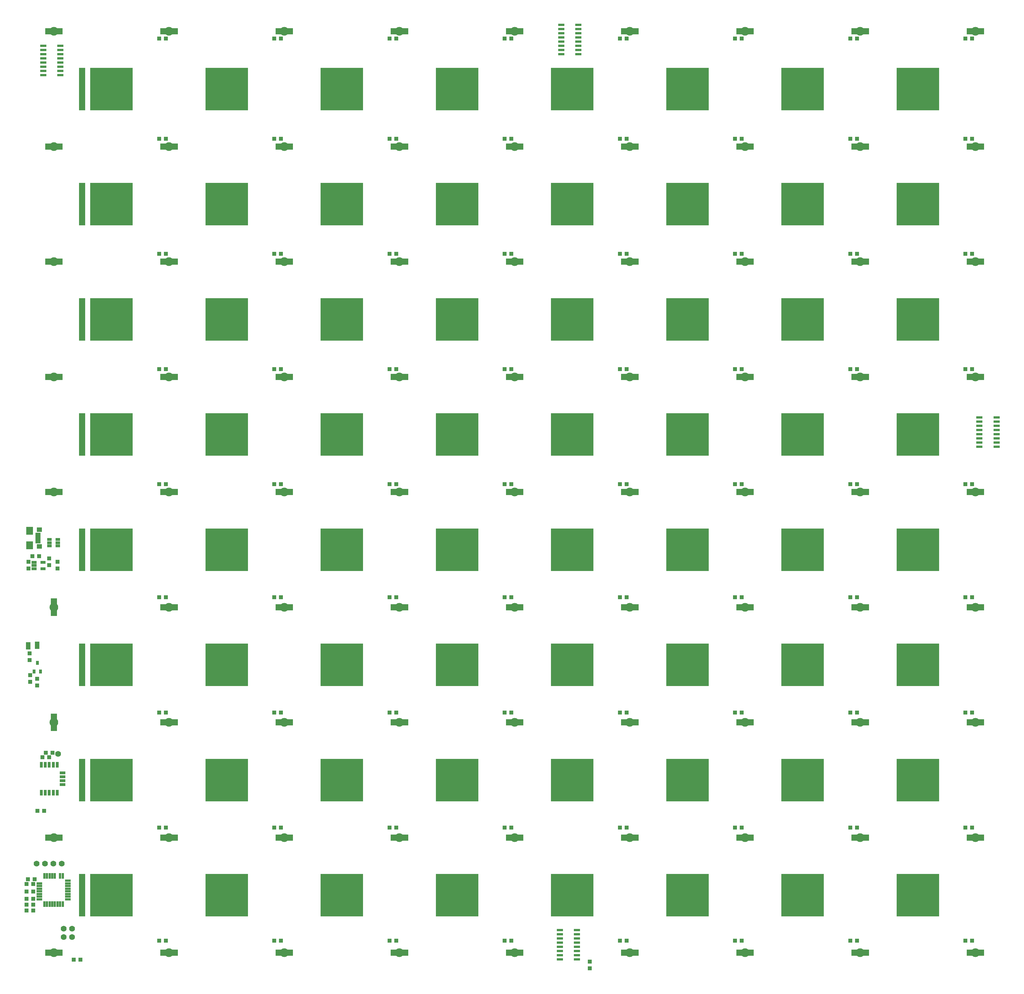
<source format=gbr>
%FSLAX35Y35*%
%MOIN*%
G04 EasyPC Gerber Version 18.0.9 Build 3640 *
%ADD157R,0.03165X0.06906*%
%ADD96R,0.03756X0.06906*%
%ADD98R,0.03800X0.04900*%
%ADD155R,0.05000X0.05000*%
%ADD94R,0.05400X0.09000*%
%ADD152R,0.06906X0.07299*%
%ADD151R,0.07250X0.51000*%
%ADD95R,0.06315X0.02575*%
%ADD154R,0.07700X0.03100*%
%ADD156R,0.06906X0.03165*%
%ADD158R,0.08480X0.09465*%
%ADD161R,0.06200X0.03200*%
%ADD163R,0.05331X0.03362*%
%ADD97R,0.06906X0.03756*%
%ADD160R,0.05000X0.05000*%
%ADD159R,0.06118X0.05724*%
%ADD162R,0.07299X0.06906*%
%ADD150R,0.51000X0.51000*%
%ADD29C,0.07000*%
%ADD153C,0.10400*%
X0Y0D02*
D02*
D29*
X246250Y185650D03*
X256250D03*
X266250D03*
X271950Y316648D03*
X276250Y185650D03*
X278850Y98050D03*
Y108050D03*
X288850Y98050D03*
Y108050D03*
D02*
D94*
X236250Y445948D03*
X247150Y446450D03*
D02*
D95*
X248150Y569332D03*
Y571891D03*
Y574450D03*
Y577009D03*
Y579568D03*
D02*
D96*
X252096Y270335D03*
Y303800D03*
X256820Y270335D03*
Y303800D03*
X261544Y270335D03*
Y303800D03*
X266269Y270335D03*
Y303800D03*
X270993Y270335D03*
Y303800D03*
D02*
D97*
X277489Y279981D03*
Y284705D03*
Y289430D03*
Y294154D03*
D02*
D98*
X243450Y415250D03*
X247250Y425450D03*
X250950Y415250D03*
D02*
D150*
X335800Y148100D03*
Y285600D03*
Y423100D03*
Y560600D03*
Y698100D03*
Y835600D03*
Y973100D03*
Y1110600D03*
X473300Y148100D03*
Y285600D03*
Y423100D03*
Y560600D03*
Y698100D03*
Y835600D03*
Y973100D03*
Y1110600D03*
X610800Y148100D03*
Y285600D03*
Y423100D03*
Y560600D03*
Y698100D03*
Y835600D03*
Y973100D03*
Y1110600D03*
X748300Y148100D03*
Y285600D03*
Y423100D03*
Y560600D03*
Y698100D03*
Y835600D03*
Y973100D03*
Y1110600D03*
X885800Y148100D03*
Y285600D03*
Y423100D03*
Y560600D03*
Y698100D03*
Y835600D03*
Y973100D03*
Y1110600D03*
X1023300Y148100D03*
Y285600D03*
Y423100D03*
Y560600D03*
Y698100D03*
Y835600D03*
Y973100D03*
Y1110600D03*
X1160800Y148100D03*
Y285600D03*
Y423100D03*
Y560600D03*
Y698100D03*
Y835600D03*
Y973100D03*
Y1110600D03*
X1298300Y148100D03*
Y285600D03*
Y423100D03*
Y560600D03*
Y698100D03*
Y835600D03*
Y973100D03*
Y1110600D03*
D02*
D151*
X300750Y148050D03*
Y285550D03*
Y423050D03*
Y560550D03*
Y698050D03*
Y835550D03*
Y973050D03*
Y1110550D03*
D02*
D152*
X259983Y79360D03*
Y216860D03*
Y629360D03*
Y766860D03*
Y904360D03*
Y1041860D03*
Y1179360D03*
X274156Y79360D03*
Y216860D03*
Y629360D03*
Y766860D03*
Y904360D03*
Y1041860D03*
Y1179360D03*
X397483Y79360D03*
Y216860D03*
Y354360D03*
Y491860D03*
Y629360D03*
Y766860D03*
Y904360D03*
Y1041860D03*
Y1179360D03*
X411656Y79360D03*
Y216860D03*
Y354360D03*
Y491860D03*
Y629360D03*
Y766860D03*
Y904360D03*
Y1041860D03*
Y1179360D03*
X534983Y79360D03*
Y216860D03*
Y354360D03*
Y491860D03*
Y629360D03*
Y766860D03*
Y904360D03*
Y1041860D03*
Y1179360D03*
X549156Y79360D03*
Y216860D03*
Y354360D03*
Y491860D03*
Y629360D03*
Y766860D03*
Y904360D03*
Y1041860D03*
Y1179360D03*
X672483Y79360D03*
Y216860D03*
Y354360D03*
Y491860D03*
Y629360D03*
Y766860D03*
Y904360D03*
Y1041860D03*
Y1179360D03*
X686656Y79360D03*
Y216860D03*
Y354360D03*
Y491860D03*
Y629360D03*
Y766860D03*
Y904360D03*
Y1041860D03*
Y1179360D03*
X809983Y79360D03*
Y216860D03*
Y354360D03*
Y491860D03*
Y629360D03*
Y766860D03*
Y904360D03*
Y1041860D03*
Y1179360D03*
X824156Y79360D03*
Y216860D03*
Y354360D03*
Y491860D03*
Y629360D03*
Y766860D03*
Y904360D03*
Y1041860D03*
Y1179360D03*
X947483Y79360D03*
Y216860D03*
Y354360D03*
Y491860D03*
Y629360D03*
Y766860D03*
Y904360D03*
Y1041860D03*
Y1179360D03*
X961656Y79360D03*
Y216860D03*
Y354360D03*
Y491860D03*
Y629360D03*
Y766860D03*
Y904360D03*
Y1041860D03*
Y1179360D03*
X1084983Y79360D03*
Y216860D03*
Y354360D03*
Y491860D03*
Y629360D03*
Y766860D03*
Y904360D03*
Y1041860D03*
Y1179360D03*
X1099156Y79360D03*
Y216860D03*
Y354360D03*
Y491860D03*
Y629360D03*
Y766860D03*
Y904360D03*
Y1041860D03*
Y1179360D03*
X1222483Y79360D03*
Y216860D03*
Y354360D03*
Y491860D03*
Y629360D03*
Y766860D03*
Y904360D03*
Y1041860D03*
Y1179360D03*
X1236656Y79360D03*
Y216860D03*
Y354360D03*
Y491860D03*
Y629360D03*
Y766860D03*
Y904360D03*
Y1041860D03*
Y1179360D03*
X1359983Y79360D03*
Y216860D03*
Y354360D03*
Y491860D03*
Y629360D03*
Y766860D03*
Y904360D03*
Y1041860D03*
Y1179360D03*
X1374156Y79360D03*
Y216860D03*
Y354360D03*
Y491860D03*
Y629360D03*
Y766860D03*
Y904360D03*
Y1041860D03*
Y1179360D03*
D02*
D153*
X266989Y354377D03*
Y491878D03*
X267013Y79421D03*
Y216921D03*
Y629421D03*
Y766921D03*
Y904421D03*
Y1041921D03*
Y1179421D03*
X404513Y79421D03*
Y216921D03*
Y354421D03*
Y491921D03*
Y629421D03*
Y766921D03*
Y904421D03*
Y1041921D03*
Y1179421D03*
X542013Y79421D03*
Y216921D03*
Y354421D03*
Y491921D03*
Y629421D03*
Y766921D03*
Y904421D03*
Y1041921D03*
Y1179421D03*
X679513Y79421D03*
Y216921D03*
Y354421D03*
Y491921D03*
Y629421D03*
Y766921D03*
Y904421D03*
Y1041921D03*
Y1179421D03*
X817013Y79421D03*
Y216921D03*
Y354421D03*
Y491921D03*
Y629421D03*
Y766921D03*
Y904421D03*
Y1041921D03*
Y1179421D03*
X954513Y79421D03*
Y216921D03*
Y354421D03*
Y491921D03*
Y629421D03*
Y766921D03*
Y904421D03*
Y1041921D03*
Y1179421D03*
X1092013Y79421D03*
Y216921D03*
Y354421D03*
Y491921D03*
Y629421D03*
Y766921D03*
Y904421D03*
Y1041921D03*
Y1179421D03*
X1229513Y79421D03*
Y216921D03*
Y354421D03*
Y491921D03*
Y629421D03*
Y766921D03*
Y904421D03*
Y1041921D03*
Y1179421D03*
X1367013Y79421D03*
Y216921D03*
Y354421D03*
Y491921D03*
Y629421D03*
Y766921D03*
Y904421D03*
Y1041921D03*
Y1179421D03*
D02*
D154*
X254250Y1127208D03*
Y1132208D03*
Y1137208D03*
Y1142208D03*
Y1147208D03*
Y1152208D03*
Y1157208D03*
Y1162208D03*
X274650Y1127208D03*
Y1132208D03*
Y1137208D03*
Y1142208D03*
Y1147208D03*
Y1152208D03*
Y1157208D03*
Y1162208D03*
X871050Y71379D03*
Y76379D03*
Y81379D03*
Y86379D03*
Y91379D03*
Y96379D03*
Y101379D03*
Y106379D03*
X872650Y1152179D03*
Y1157179D03*
Y1162179D03*
Y1167179D03*
Y1172179D03*
Y1177179D03*
Y1182179D03*
Y1187179D03*
X891450Y71379D03*
Y76379D03*
Y81379D03*
Y86379D03*
Y91379D03*
Y96379D03*
Y101379D03*
Y106379D03*
X893050Y1152179D03*
Y1157179D03*
Y1162179D03*
Y1167179D03*
Y1172179D03*
Y1177179D03*
Y1182179D03*
Y1187179D03*
X1371850Y683379D03*
Y688379D03*
Y693379D03*
Y698379D03*
Y703379D03*
Y708379D03*
Y713379D03*
Y718379D03*
X1392250Y683379D03*
Y688379D03*
Y693379D03*
Y698379D03*
Y703379D03*
Y708379D03*
Y713379D03*
Y718379D03*
D02*
D155*
X234350Y129950D03*
Y136750D03*
Y143650D03*
Y152450D03*
X234450Y161450D03*
X236050Y167250D03*
X241550Y552850D03*
X242350Y129950D03*
Y136750D03*
Y143650D03*
Y152450D03*
X242450Y161450D03*
X244050Y167250D03*
X247550Y248850D03*
X249550Y552850D03*
X253450Y312750D03*
X255550Y248850D03*
X257450Y318250D03*
X261450Y312750D03*
X265450Y318250D03*
X290650Y71050D03*
X298650D03*
X392650Y93660D03*
Y228660D03*
Y366160D03*
Y503660D03*
Y638660D03*
Y776160D03*
Y913660D03*
Y1051160D03*
Y1170660D03*
X400650Y93660D03*
Y228660D03*
Y366160D03*
Y503660D03*
Y638660D03*
Y776160D03*
Y913660D03*
Y1051160D03*
Y1170660D03*
X530150Y93660D03*
Y228660D03*
Y366160D03*
Y503660D03*
Y638660D03*
Y776160D03*
Y913660D03*
Y1051160D03*
Y1170660D03*
X538150Y93660D03*
Y228660D03*
Y366160D03*
Y503660D03*
Y638660D03*
Y776160D03*
Y913660D03*
Y1051160D03*
Y1170660D03*
X667650Y93660D03*
Y228660D03*
Y366160D03*
Y503660D03*
Y638660D03*
Y776160D03*
Y913660D03*
Y1051160D03*
Y1170660D03*
X675650Y93660D03*
Y228660D03*
Y366160D03*
Y503660D03*
Y638660D03*
Y776160D03*
Y913660D03*
Y1051160D03*
Y1170660D03*
X805183Y93660D03*
Y228660D03*
Y366160D03*
Y503660D03*
Y638660D03*
Y776160D03*
Y913660D03*
Y1051160D03*
Y1170660D03*
X813183Y93660D03*
Y228660D03*
Y366160D03*
Y503660D03*
Y638660D03*
Y776160D03*
Y913660D03*
Y1051160D03*
Y1170660D03*
X942650Y93660D03*
Y228660D03*
Y366160D03*
Y503660D03*
Y638660D03*
Y776160D03*
Y913660D03*
Y1051160D03*
Y1170660D03*
X950650Y93660D03*
Y228660D03*
Y366160D03*
Y503660D03*
Y638660D03*
Y776160D03*
Y913660D03*
Y1051160D03*
Y1170660D03*
X1080150Y93660D03*
Y228660D03*
Y366160D03*
Y503660D03*
Y638660D03*
Y776160D03*
Y913660D03*
Y1051160D03*
Y1170660D03*
X1088150Y93660D03*
Y228660D03*
Y366160D03*
Y503660D03*
Y638660D03*
Y776160D03*
Y913660D03*
Y1051160D03*
Y1170660D03*
X1217650Y93660D03*
Y228660D03*
Y366160D03*
Y503660D03*
Y638660D03*
Y776160D03*
Y913660D03*
Y1051160D03*
Y1170660D03*
X1225650Y93660D03*
Y228660D03*
Y366160D03*
Y503660D03*
Y638660D03*
Y776160D03*
Y913660D03*
Y1051160D03*
Y1170660D03*
X1355150Y93660D03*
Y228660D03*
Y366160D03*
Y503660D03*
Y638660D03*
Y776160D03*
Y913660D03*
Y1051160D03*
Y1170660D03*
X1363150Y93660D03*
Y228660D03*
Y366160D03*
Y503660D03*
Y638660D03*
Y776160D03*
Y913660D03*
Y1051160D03*
Y1170660D03*
D02*
D156*
X249721Y143256D03*
Y146405D03*
Y149555D03*
Y152704D03*
Y155854D03*
Y159004D03*
Y162153D03*
X283579Y143256D03*
Y146405D03*
Y149555D03*
Y152704D03*
Y155854D03*
Y159004D03*
Y162153D03*
Y165303D03*
D02*
D157*
X255626Y137350D03*
Y171208D03*
X258776Y137350D03*
Y171208D03*
X261926Y137350D03*
Y171208D03*
X265075Y137350D03*
Y171208D03*
X268225Y137350D03*
Y171208D03*
X271374Y137350D03*
X274524D03*
Y171208D03*
X277674Y137350D03*
Y171208D03*
D02*
D158*
X238012Y565887D03*
Y583013D03*
D02*
D159*
X249823Y564607D03*
Y584293D03*
D02*
D160*
X236750Y538250D03*
Y546250D03*
X238150Y428850D03*
Y436850D03*
X238650Y402748D03*
Y410748D03*
X247150Y398450D03*
Y406450D03*
X261550Y542150D03*
Y550150D03*
X271550Y538150D03*
Y546150D03*
X906850Y60879D03*
Y68879D03*
D02*
D161*
X243351Y537910D03*
Y541650D03*
Y545390D03*
X254149Y537910D03*
Y545390D03*
D02*
D162*
X267050Y347347D03*
Y361520D03*
Y484848D03*
Y499022D03*
D02*
D163*
X261750Y565148D03*
Y568889D03*
Y572629D03*
X271593Y565148D03*
Y568889D03*
Y572629D03*
X0Y0D02*
M02*

</source>
